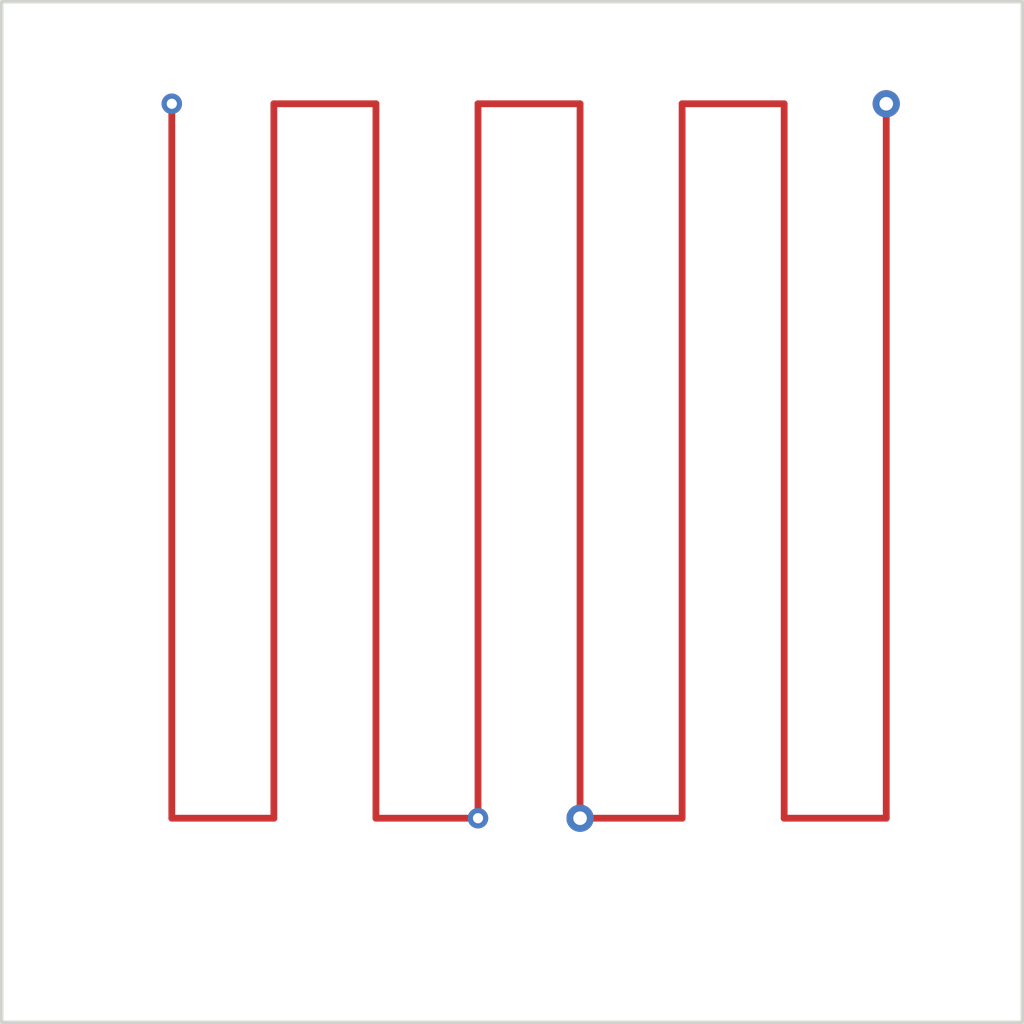
<source format=kicad_pcb>
(kicad_pcb (version 20211014) (generator pcbnew)

  (general
    (thickness 1.6)
  )

  (paper "A4")
  (layers
    (0 "F.Cu" signal)
    (31 "B.Cu" signal)
    (32 "B.Adhes" user "B.Adhesive")
    (33 "F.Adhes" user "F.Adhesive")
    (34 "B.Paste" user)
    (35 "F.Paste" user)
    (36 "B.SilkS" user "B.Silkscreen")
    (37 "F.SilkS" user "F.Silkscreen")
    (38 "B.Mask" user)
    (39 "F.Mask" user)
    (40 "Dwgs.User" user "User.Drawings")
    (41 "Cmts.User" user "User.Comments")
    (42 "Eco1.User" user "User.Eco1")
    (43 "Eco2.User" user "User.Eco2")
    (44 "Edge.Cuts" user)
    (45 "Margin" user)
    (46 "B.CrtYd" user "B.Courtyard")
    (47 "F.CrtYd" user "F.Courtyard")
    (48 "B.Fab" user)
    (49 "F.Fab" user)
    (50 "User.1" user)
    (51 "User.2" user)
    (52 "User.3" user)
    (53 "User.4" user)
    (54 "User.5" user)
    (55 "User.6" user)
    (56 "User.7" user)
    (57 "User.8" user)
    (58 "User.9" user)
  )

  (setup
    (stackup
      (layer "F.SilkS" (type "Top Silk Screen"))
      (layer "F.Paste" (type "Top Solder Paste"))
      (layer "F.Mask" (type "Top Solder Mask") (thickness 0.01))
      (layer "F.Cu" (type "copper") (thickness 0.035))
      (layer "dielectric 1" (type "core") (thickness 1.51) (material "FR4") (epsilon_r 4.5) (loss_tangent 0.02))
      (layer "B.Cu" (type "copper") (thickness 0.035))
      (layer "B.Mask" (type "Bottom Solder Mask") (thickness 0.01))
      (layer "B.Paste" (type "Bottom Solder Paste"))
      (layer "B.SilkS" (type "Bottom Silk Screen"))
      (copper_finish "None")
      (dielectric_constraints no)
    )
    (pad_to_mask_clearance 0)
    (pcbplotparams
      (layerselection 0x00010fc_ffffffff)
      (disableapertmacros false)
      (usegerberextensions false)
      (usegerberattributes true)
      (usegerberadvancedattributes true)
      (creategerberjobfile true)
      (svguseinch false)
      (svgprecision 6)
      (excludeedgelayer true)
      (plotframeref false)
      (viasonmask false)
      (mode 1)
      (useauxorigin false)
      (hpglpennumber 1)
      (hpglpenspeed 20)
      (hpglpendiameter 15.000000)
      (dxfpolygonmode true)
      (dxfimperialunits true)
      (dxfusepcbnewfont true)
      (psnegative false)
      (psa4output false)
      (plotreference true)
      (plotvalue true)
      (plotinvisibletext false)
      (sketchpadsonfab false)
      (subtractmaskfromsilk false)
      (outputformat 1)
      (mirror false)
      (drillshape 0)
      (scaleselection 1)
      (outputdirectory "Gerber6C")
    )
  )

  (net 0 "")

  (gr_rect (start 124 45) (end 154 75) (layer "Edge.Cuts") (width 0.1) (fill none) (tstamp fed84d91-88c4-4cfe-a5a1-05838a431622))

  (segment (start 150 69) (end 150 48) (width 0.2) (layer "F.Cu") (net 0) (tstamp 0fcc11e0-9eff-4606-9ac7-57dc55433265))
  (segment (start 147 48) (end 147 69) (width 0.2) (layer "F.Cu") (net 0) (tstamp 182258a9-1d26-4831-9af5-d0844ad825dd))
  (segment (start 147 69) (end 150 69) (width 0.2) (layer "F.Cu") (net 0) (tstamp 2777f966-c588-4c7e-aa51-6cbbccb50d8e))
  (segment (start 144 48) (end 147 48) (width 0.2) (layer "F.Cu") (net 0) (tstamp 28016c12-c429-4fd8-9a7f-4f158459346f))
  (segment (start 132 69) (end 129 69) (width 0.2) (layer "F.Cu") (net 0) (tstamp 2965ec93-8051-4795-b5b5-ca04fbdd0ff7))
  (segment (start 141 48) (end 141 69) (width 0.2) (layer "F.Cu") (net 0) (tstamp 3595df05-dc01-451d-84ac-ae5d934edc99))
  (segment (start 138 69) (end 135 69) (width 0.2) (layer "F.Cu") (net 0) (tstamp 40c8e86b-e568-4249-96f1-5d7da2898f73))
  (segment (start 135 48) (end 132 48) (width 0.2) (layer "F.Cu") (net 0) (tstamp 5ae47178-1987-4036-bad1-b19d5f9021b7))
  (segment (start 138 69) (end 138 48) (width 0.2) (layer "F.Cu") (net 0) (tstamp 5eba3267-3479-4c81-a022-70b247b3191f))
  (segment (start 141 69) (end 144 69) (width 0.2) (layer "F.Cu") (net 0) (tstamp 629c5836-e479-48da-98ce-dc01483fb3e3))
  (segment (start 144 69) (end 144 48) (width 0.2) (layer "F.Cu") (net 0) (tstamp 767e3e2b-ec67-4333-a9ef-8e72ddb9a860))
  (segment (start 135 69) (end 135 48) (width 0.2) (layer "F.Cu") (net 0) (tstamp 7b8c82f4-a064-4004-9865-288c07b7bef3))
  (segment (start 132 48) (end 132 69) (width 0.2) (layer "F.Cu") (net 0) (tstamp 8ac63719-f410-4a44-8444-52c25df8dc09))
  (segment (start 138 48) (end 141 48) (width 0.2) (layer "F.Cu") (net 0) (tstamp 9c3f9c3f-dd39-42fc-a5e1-ff245f96dc45))
  (segment (start 129 69) (end 129 48) (width 0.2) (layer "F.Cu") (net 0) (tstamp f0e6e527-b963-4b38-94ee-3c71a9859eaf))
  (via (at 138 69) (size 0.6) (drill 0.3) (layers "F.Cu" "B.Cu") (net 0) (tstamp 0bc5c420-22a6-4f68-a676-0e71cfc19a67))
  (via (at 150 48) (size 0.8) (drill 0.4) (layers "F.Cu" "B.Cu") (net 0) (tstamp 7fcb1d10-7785-46ad-a0fc-9ca21ed53e84))
  (via (at 141 69) (size 0.8) (drill 0.4) (layers "F.Cu" "B.Cu") (net 0) (tstamp 83b09a48-47e3-4f01-9823-82030687e5e3))
  (via (at 129 48) (size 0.6) (drill 0.3) (layers "F.Cu" "B.Cu") (net 0) (tstamp d1d4c33b-54a7-4d2d-a897-a94d3686bd6c))

)

</source>
